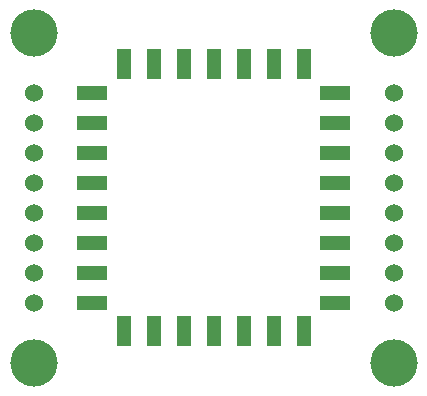
<source format=gts>
%TF.GenerationSoftware,KiCad,Pcbnew,(5.1.9)-1*%
%TF.CreationDate,2021-12-11T15:05:51-08:00*%
%TF.ProjectId,VN-100Breakout,564e2d31-3030-4427-9265-616b6f75742e,rev?*%
%TF.SameCoordinates,Original*%
%TF.FileFunction,Soldermask,Top*%
%TF.FilePolarity,Negative*%
%FSLAX46Y46*%
G04 Gerber Fmt 4.6, Leading zero omitted, Abs format (unit mm)*
G04 Created by KiCad (PCBNEW (5.1.9)-1) date 2021-12-11 15:05:51*
%MOMM*%
%LPD*%
G01*
G04 APERTURE LIST*
%ADD10R,2.540000X1.143000*%
%ADD11R,1.143000X2.540000*%
%ADD12C,4.000000*%
%ADD13C,1.524000*%
G04 APERTURE END LIST*
D10*
%TO.C,U2*%
X143383000Y-88900000D03*
X163957000Y-88900000D03*
X163957000Y-106680000D03*
X163957000Y-104140000D03*
X163957000Y-101600000D03*
X163957000Y-99060000D03*
X163957000Y-96520000D03*
X163957000Y-93980000D03*
X143383000Y-104140000D03*
X143383000Y-106680000D03*
X143383000Y-101600000D03*
X143383000Y-99060000D03*
X143383000Y-96520000D03*
X143383000Y-93980000D03*
X143383000Y-91440000D03*
X163957000Y-91440000D03*
D11*
X146050000Y-109093000D03*
X148590000Y-109093000D03*
X151130000Y-109093000D03*
X153670000Y-109093000D03*
X156210000Y-109093000D03*
X158750000Y-109093000D03*
X146050000Y-86487000D03*
X148590000Y-86487000D03*
X151130000Y-86487000D03*
X153670000Y-86487000D03*
X156210000Y-86487000D03*
X158750000Y-86487000D03*
X161290000Y-109093000D03*
X161290000Y-86487000D03*
%TD*%
D12*
%TO.C,U1*%
X138430000Y-111760000D03*
X168910000Y-111760000D03*
X168910000Y-83820000D03*
X138430000Y-83820000D03*
D13*
X168910000Y-99060000D03*
X168910000Y-101600000D03*
X168910000Y-104140000D03*
X168910000Y-106680000D03*
X168910000Y-96520000D03*
X168910000Y-93980000D03*
X168910000Y-91440000D03*
X168910000Y-88900000D03*
X138430000Y-88900000D03*
X138430000Y-106680000D03*
X138430000Y-99060000D03*
X138430000Y-91440000D03*
X138430000Y-93980000D03*
X138430000Y-104140000D03*
X138430000Y-101600000D03*
X138430000Y-96520000D03*
%TD*%
M02*

</source>
